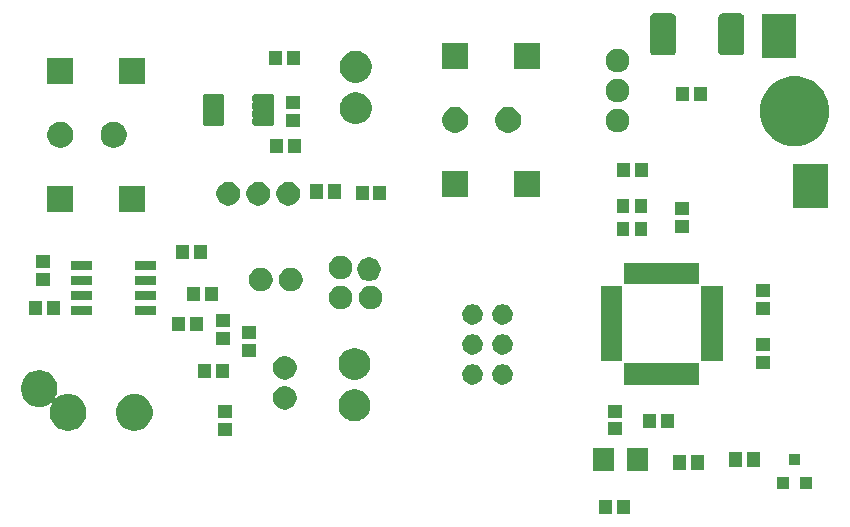
<source format=gts>
G04 #@! TF.GenerationSoftware,KiCad,Pcbnew,5.1.5-52549c5~86~ubuntu18.04.1*
G04 #@! TF.CreationDate,2020-08-27T00:17:12-07:00*
G04 #@! TF.ProjectId,heat2sound_rx_and_tx,68656174-3273-46f7-956e-645f72785f61,rev?*
G04 #@! TF.SameCoordinates,Original*
G04 #@! TF.FileFunction,Soldermask,Top*
G04 #@! TF.FilePolarity,Negative*
%FSLAX46Y46*%
G04 Gerber Fmt 4.6, Leading zero omitted, Abs format (unit mm)*
G04 Created by KiCad (PCBNEW 5.1.5-52549c5~86~ubuntu18.04.1) date 2020-08-27 00:17:12*
%MOMM*%
%LPD*%
G04 APERTURE LIST*
%ADD10C,0.100000*%
G04 APERTURE END LIST*
D10*
G36*
X204711420Y-140850380D02*
G01*
X203612260Y-140850380D01*
X203612260Y-139649620D01*
X204711420Y-139649620D01*
X204711420Y-140850380D01*
G37*
G36*
X203207740Y-140850380D02*
G01*
X202108580Y-140850380D01*
X202108580Y-139649620D01*
X203207740Y-139649620D01*
X203207740Y-140850380D01*
G37*
G36*
X220110050Y-138750050D02*
G01*
X219109950Y-138750050D01*
X219109950Y-137749950D01*
X220110050Y-137749950D01*
X220110050Y-138750050D01*
G37*
G36*
X218210050Y-138750050D02*
G01*
X217209950Y-138750050D01*
X217209950Y-137749950D01*
X218210050Y-137749950D01*
X218210050Y-138750050D01*
G37*
G36*
X203388970Y-137250430D02*
G01*
X201591310Y-137250430D01*
X201591310Y-135249570D01*
X203388970Y-135249570D01*
X203388970Y-137250430D01*
G37*
G36*
X206228690Y-137250430D02*
G01*
X204431030Y-137250430D01*
X204431030Y-135249570D01*
X206228690Y-135249570D01*
X206228690Y-137250430D01*
G37*
G36*
X210961420Y-137100380D02*
G01*
X209862260Y-137100380D01*
X209862260Y-135899620D01*
X210961420Y-135899620D01*
X210961420Y-137100380D01*
G37*
G36*
X209457740Y-137100380D02*
G01*
X208358580Y-137100380D01*
X208358580Y-135899620D01*
X209457740Y-135899620D01*
X209457740Y-137100380D01*
G37*
G36*
X215711420Y-136850380D02*
G01*
X214612260Y-136850380D01*
X214612260Y-135649620D01*
X215711420Y-135649620D01*
X215711420Y-136850380D01*
G37*
G36*
X214208160Y-136850000D02*
G01*
X213108160Y-136850000D01*
X213108160Y-135650000D01*
X214208160Y-135650000D01*
X214208160Y-136850000D01*
G37*
G36*
X219160050Y-136750050D02*
G01*
X218159950Y-136750050D01*
X218159950Y-135749950D01*
X219160050Y-135749950D01*
X219160050Y-136750050D01*
G37*
G36*
X171030380Y-134219580D02*
G01*
X169829620Y-134219580D01*
X169829620Y-133120420D01*
X171030380Y-133120420D01*
X171030380Y-134219580D01*
G37*
G36*
X204060380Y-134201420D02*
G01*
X202859620Y-134201420D01*
X202859620Y-133102260D01*
X204060380Y-133102260D01*
X204060380Y-134201420D01*
G37*
G36*
X163052390Y-130729783D02*
G01*
X163202118Y-130759565D01*
X163318960Y-130807963D01*
X163484199Y-130876407D01*
X163484200Y-130876408D01*
X163738068Y-131046036D01*
X163953964Y-131261932D01*
X163993999Y-131321849D01*
X164123593Y-131515801D01*
X164157707Y-131598160D01*
X164216640Y-131740435D01*
X164240435Y-131797883D01*
X164300000Y-132097337D01*
X164300000Y-132402663D01*
X164240435Y-132702117D01*
X164123593Y-132984199D01*
X164123592Y-132984200D01*
X163953964Y-133238068D01*
X163738068Y-133453964D01*
X163610273Y-133539353D01*
X163484199Y-133623593D01*
X163318960Y-133692037D01*
X163202118Y-133740435D01*
X163052390Y-133770217D01*
X162902663Y-133800000D01*
X162597337Y-133800000D01*
X162447610Y-133770217D01*
X162297882Y-133740435D01*
X162181040Y-133692037D01*
X162015801Y-133623593D01*
X161889727Y-133539353D01*
X161761932Y-133453964D01*
X161546036Y-133238068D01*
X161376408Y-132984200D01*
X161376407Y-132984199D01*
X161259565Y-132702117D01*
X161200000Y-132402663D01*
X161200000Y-132097337D01*
X161259565Y-131797883D01*
X161283361Y-131740435D01*
X161342293Y-131598160D01*
X161376407Y-131515801D01*
X161506001Y-131321849D01*
X161546036Y-131261932D01*
X161761932Y-131046036D01*
X162015800Y-130876408D01*
X162015801Y-130876407D01*
X162181040Y-130807963D01*
X162297882Y-130759565D01*
X162447610Y-130729783D01*
X162597337Y-130700000D01*
X162902663Y-130700000D01*
X163052390Y-130729783D01*
G37*
G36*
X155002390Y-128729783D02*
G01*
X155152118Y-128759565D01*
X155268960Y-128807963D01*
X155434199Y-128876407D01*
X155434200Y-128876408D01*
X155688068Y-129046036D01*
X155903964Y-129261932D01*
X155903965Y-129261934D01*
X156073593Y-129515801D01*
X156104117Y-129589493D01*
X156190435Y-129797882D01*
X156250000Y-130097338D01*
X156250000Y-130402662D01*
X156190435Y-130702118D01*
X156154246Y-130789485D01*
X156073593Y-130984199D01*
X156053223Y-131014685D01*
X156048603Y-131023329D01*
X156045758Y-131032709D01*
X156044797Y-131042463D01*
X156045758Y-131052217D01*
X156048603Y-131061597D01*
X156053223Y-131070241D01*
X156059441Y-131077818D01*
X156067018Y-131084036D01*
X156075662Y-131088656D01*
X156085042Y-131091501D01*
X156094796Y-131092462D01*
X156104550Y-131091501D01*
X156113930Y-131088656D01*
X156122574Y-131084036D01*
X156130145Y-131077823D01*
X156161932Y-131046036D01*
X156415800Y-130876408D01*
X156415801Y-130876407D01*
X156581040Y-130807963D01*
X156697882Y-130759565D01*
X156847610Y-130729783D01*
X156997337Y-130700000D01*
X157302663Y-130700000D01*
X157452390Y-130729783D01*
X157602118Y-130759565D01*
X157718960Y-130807963D01*
X157884199Y-130876407D01*
X157884200Y-130876408D01*
X158138068Y-131046036D01*
X158353964Y-131261932D01*
X158393999Y-131321849D01*
X158523593Y-131515801D01*
X158557707Y-131598160D01*
X158616640Y-131740435D01*
X158640435Y-131797883D01*
X158700000Y-132097337D01*
X158700000Y-132402663D01*
X158640435Y-132702117D01*
X158523593Y-132984199D01*
X158523592Y-132984200D01*
X158353964Y-133238068D01*
X158138068Y-133453964D01*
X158010273Y-133539353D01*
X157884199Y-133623593D01*
X157718960Y-133692037D01*
X157602118Y-133740435D01*
X157452390Y-133770217D01*
X157302663Y-133800000D01*
X156997337Y-133800000D01*
X156847610Y-133770217D01*
X156697882Y-133740435D01*
X156581040Y-133692037D01*
X156415801Y-133623593D01*
X156289727Y-133539353D01*
X156161932Y-133453964D01*
X155946036Y-133238068D01*
X155776408Y-132984200D01*
X155776407Y-132984199D01*
X155659565Y-132702117D01*
X155600000Y-132402663D01*
X155600000Y-132097337D01*
X155659565Y-131797883D01*
X155683361Y-131740435D01*
X155742293Y-131598160D01*
X155776407Y-131515801D01*
X155796777Y-131485315D01*
X155801397Y-131476671D01*
X155804242Y-131467291D01*
X155805203Y-131457537D01*
X155804242Y-131447783D01*
X155801397Y-131438403D01*
X155796777Y-131429759D01*
X155790559Y-131422182D01*
X155782982Y-131415964D01*
X155774338Y-131411344D01*
X155764958Y-131408499D01*
X155755204Y-131407538D01*
X155745450Y-131408499D01*
X155736070Y-131411344D01*
X155727426Y-131415964D01*
X155719855Y-131422177D01*
X155688068Y-131453964D01*
X155613429Y-131503836D01*
X155434199Y-131623593D01*
X155268960Y-131692037D01*
X155152118Y-131740435D01*
X155002390Y-131770217D01*
X154852663Y-131800000D01*
X154547337Y-131800000D01*
X154397610Y-131770217D01*
X154247882Y-131740435D01*
X154131040Y-131692037D01*
X153965801Y-131623593D01*
X153786571Y-131503836D01*
X153711932Y-131453964D01*
X153496036Y-131238068D01*
X153367725Y-131046036D01*
X153326407Y-130984199D01*
X153245754Y-130789485D01*
X153209565Y-130702118D01*
X153150000Y-130402662D01*
X153150000Y-130097338D01*
X153209565Y-129797882D01*
X153295883Y-129589493D01*
X153326407Y-129515801D01*
X153496035Y-129261934D01*
X153496036Y-129261932D01*
X153711932Y-129046036D01*
X153965800Y-128876408D01*
X153965801Y-128876407D01*
X154131040Y-128807963D01*
X154247882Y-128759565D01*
X154397610Y-128729783D01*
X154547337Y-128700000D01*
X154852663Y-128700000D01*
X155002390Y-128729783D01*
G37*
G36*
X208461420Y-133600380D02*
G01*
X207362260Y-133600380D01*
X207362260Y-132399620D01*
X208461420Y-132399620D01*
X208461420Y-133600380D01*
G37*
G36*
X206958160Y-133600000D02*
G01*
X205858160Y-133600000D01*
X205858160Y-132400000D01*
X206958160Y-132400000D01*
X206958160Y-133600000D01*
G37*
G36*
X181793779Y-130351939D02*
G01*
X182039463Y-130453705D01*
X182039465Y-130453706D01*
X182260575Y-130601447D01*
X182448613Y-130789485D01*
X182578717Y-130984200D01*
X182596355Y-131010597D01*
X182698121Y-131256281D01*
X182750000Y-131517095D01*
X182750000Y-131783025D01*
X182698121Y-132043839D01*
X182596355Y-132289523D01*
X182596354Y-132289525D01*
X182448613Y-132510635D01*
X182260575Y-132698673D01*
X182039465Y-132846414D01*
X182039464Y-132846415D01*
X182039463Y-132846415D01*
X181793779Y-132948181D01*
X181532965Y-133000060D01*
X181267035Y-133000060D01*
X181006221Y-132948181D01*
X180760537Y-132846415D01*
X180760536Y-132846415D01*
X180760535Y-132846414D01*
X180539425Y-132698673D01*
X180351387Y-132510635D01*
X180203646Y-132289525D01*
X180203645Y-132289523D01*
X180101879Y-132043839D01*
X180050000Y-131783025D01*
X180050000Y-131517095D01*
X180101879Y-131256281D01*
X180203645Y-131010597D01*
X180221283Y-130984200D01*
X180351387Y-130789485D01*
X180539425Y-130601447D01*
X180760535Y-130453706D01*
X180760537Y-130453705D01*
X181006221Y-130351939D01*
X181267035Y-130300060D01*
X181532965Y-130300060D01*
X181793779Y-130351939D01*
G37*
G36*
X171030000Y-132716320D02*
G01*
X169830000Y-132716320D01*
X169830000Y-131616320D01*
X171030000Y-131616320D01*
X171030000Y-132716320D01*
G37*
G36*
X204060000Y-132698160D02*
G01*
X202860000Y-132698160D01*
X202860000Y-131598160D01*
X204060000Y-131598160D01*
X204060000Y-132698160D01*
G37*
G36*
X175695090Y-130049375D02*
G01*
X175791689Y-130068589D01*
X175973678Y-130143971D01*
X176137463Y-130253409D01*
X176276751Y-130392697D01*
X176386189Y-130556482D01*
X176461571Y-130738471D01*
X176500000Y-130931669D01*
X176500000Y-131128651D01*
X176461571Y-131321849D01*
X176386189Y-131503838D01*
X176276751Y-131667623D01*
X176137463Y-131806911D01*
X175973678Y-131916349D01*
X175791689Y-131991731D01*
X175695090Y-132010945D01*
X175598493Y-132030160D01*
X175401507Y-132030160D01*
X175304910Y-132010945D01*
X175208311Y-131991731D01*
X175026322Y-131916349D01*
X174862537Y-131806911D01*
X174723249Y-131667623D01*
X174613811Y-131503838D01*
X174538429Y-131321849D01*
X174500000Y-131128651D01*
X174500000Y-130931669D01*
X174538429Y-130738471D01*
X174613811Y-130556482D01*
X174723249Y-130392697D01*
X174862537Y-130253409D01*
X175026322Y-130143971D01*
X175208311Y-130068589D01*
X175304910Y-130049375D01*
X175401507Y-130030160D01*
X175598493Y-130030160D01*
X175695090Y-130049375D01*
G37*
G36*
X191641434Y-128211125D02*
G01*
X191641437Y-128211126D01*
X191641436Y-128211126D01*
X191798310Y-128276105D01*
X191939493Y-128370441D01*
X192059559Y-128490507D01*
X192153895Y-128631690D01*
X192153895Y-128631691D01*
X192218875Y-128788566D01*
X192252000Y-128955099D01*
X192252000Y-129124901D01*
X192218875Y-129291434D01*
X192218874Y-129291436D01*
X192153895Y-129448310D01*
X192059559Y-129589493D01*
X191939493Y-129709559D01*
X191798310Y-129803895D01*
X191687383Y-129849842D01*
X191641434Y-129868875D01*
X191474901Y-129902000D01*
X191305099Y-129902000D01*
X191138566Y-129868875D01*
X191092617Y-129849842D01*
X190981690Y-129803895D01*
X190840507Y-129709559D01*
X190720441Y-129589493D01*
X190626105Y-129448310D01*
X190561126Y-129291436D01*
X190561125Y-129291434D01*
X190528000Y-129124901D01*
X190528000Y-128955099D01*
X190561125Y-128788566D01*
X190626105Y-128631691D01*
X190626105Y-128631690D01*
X190720441Y-128490507D01*
X190840507Y-128370441D01*
X190981690Y-128276105D01*
X191138564Y-128211126D01*
X191138563Y-128211126D01*
X191138566Y-128211125D01*
X191305099Y-128178000D01*
X191474901Y-128178000D01*
X191641434Y-128211125D01*
G37*
G36*
X194181434Y-128211125D02*
G01*
X194181437Y-128211126D01*
X194181436Y-128211126D01*
X194338310Y-128276105D01*
X194479493Y-128370441D01*
X194599559Y-128490507D01*
X194693895Y-128631690D01*
X194693895Y-128631691D01*
X194758875Y-128788566D01*
X194792000Y-128955099D01*
X194792000Y-129124901D01*
X194758875Y-129291434D01*
X194758874Y-129291436D01*
X194693895Y-129448310D01*
X194599559Y-129589493D01*
X194479493Y-129709559D01*
X194338310Y-129803895D01*
X194227383Y-129849842D01*
X194181434Y-129868875D01*
X194014901Y-129902000D01*
X193845099Y-129902000D01*
X193678566Y-129868875D01*
X193632617Y-129849842D01*
X193521690Y-129803895D01*
X193380507Y-129709559D01*
X193260441Y-129589493D01*
X193166105Y-129448310D01*
X193101126Y-129291436D01*
X193101125Y-129291434D01*
X193068000Y-129124901D01*
X193068000Y-128955099D01*
X193101125Y-128788566D01*
X193166105Y-128631691D01*
X193166105Y-128631690D01*
X193260441Y-128490507D01*
X193380507Y-128370441D01*
X193521690Y-128276105D01*
X193678564Y-128211126D01*
X193678563Y-128211126D01*
X193678566Y-128211125D01*
X193845099Y-128178000D01*
X194014901Y-128178000D01*
X194181434Y-128211125D01*
G37*
G36*
X210585000Y-129900000D02*
G01*
X204235000Y-129900000D01*
X204235000Y-128100000D01*
X210585000Y-128100000D01*
X210585000Y-129900000D01*
G37*
G36*
X181793779Y-126851819D02*
G01*
X182039463Y-126953585D01*
X182039465Y-126953586D01*
X182260575Y-127101327D01*
X182448613Y-127289365D01*
X182497146Y-127362000D01*
X182596355Y-127510477D01*
X182698121Y-127756161D01*
X182750000Y-128016975D01*
X182750000Y-128282905D01*
X182698121Y-128543719D01*
X182596702Y-128788566D01*
X182596354Y-128789405D01*
X182448613Y-129010515D01*
X182260575Y-129198553D01*
X182039465Y-129346294D01*
X182039464Y-129346295D01*
X182039463Y-129346295D01*
X181793779Y-129448061D01*
X181532965Y-129499940D01*
X181267035Y-129499940D01*
X181006221Y-129448061D01*
X180760537Y-129346295D01*
X180760536Y-129346295D01*
X180760535Y-129346294D01*
X180539425Y-129198553D01*
X180351387Y-129010515D01*
X180203646Y-128789405D01*
X180203298Y-128788566D01*
X180101879Y-128543719D01*
X180050000Y-128282905D01*
X180050000Y-128016975D01*
X180101879Y-127756161D01*
X180203645Y-127510477D01*
X180302854Y-127362000D01*
X180351387Y-127289365D01*
X180539425Y-127101327D01*
X180760535Y-126953586D01*
X180760537Y-126953585D01*
X181006221Y-126851819D01*
X181267035Y-126799940D01*
X181532965Y-126799940D01*
X181793779Y-126851819D01*
G37*
G36*
X175659323Y-127502260D02*
G01*
X175791689Y-127528589D01*
X175973678Y-127603971D01*
X176137463Y-127713409D01*
X176276751Y-127852697D01*
X176386189Y-128016482D01*
X176461571Y-128198471D01*
X176461571Y-128198473D01*
X176495778Y-128370440D01*
X176500000Y-128391669D01*
X176500000Y-128588651D01*
X176461571Y-128781849D01*
X176386189Y-128963838D01*
X176276751Y-129127623D01*
X176137463Y-129266911D01*
X175973678Y-129376349D01*
X175791689Y-129451731D01*
X175695090Y-129470946D01*
X175598493Y-129490160D01*
X175401507Y-129490160D01*
X175304910Y-129470946D01*
X175208311Y-129451731D01*
X175026322Y-129376349D01*
X174862537Y-129266911D01*
X174723249Y-129127623D01*
X174613811Y-128963838D01*
X174538429Y-128781849D01*
X174500000Y-128588651D01*
X174500000Y-128391669D01*
X174504223Y-128370440D01*
X174538429Y-128198473D01*
X174538429Y-128198471D01*
X174613811Y-128016482D01*
X174723249Y-127852697D01*
X174862537Y-127713409D01*
X175026322Y-127603971D01*
X175208311Y-127528589D01*
X175340677Y-127502260D01*
X175401507Y-127490160D01*
X175598493Y-127490160D01*
X175659323Y-127502260D01*
G37*
G36*
X169239580Y-129350380D02*
G01*
X168140420Y-129350380D01*
X168140420Y-128149620D01*
X169239580Y-128149620D01*
X169239580Y-129350380D01*
G37*
G36*
X170743260Y-129350380D02*
G01*
X169644100Y-129350380D01*
X169644100Y-128149620D01*
X170743260Y-128149620D01*
X170743260Y-129350380D01*
G37*
G36*
X216560380Y-128601420D02*
G01*
X215359620Y-128601420D01*
X215359620Y-127502260D01*
X216560380Y-127502260D01*
X216560380Y-128601420D01*
G37*
G36*
X212560000Y-127925000D02*
G01*
X210760000Y-127925000D01*
X210760000Y-121575000D01*
X212560000Y-121575000D01*
X212560000Y-127925000D01*
G37*
G36*
X204060000Y-127925000D02*
G01*
X202260000Y-127925000D01*
X202260000Y-121575000D01*
X204060000Y-121575000D01*
X204060000Y-127925000D01*
G37*
G36*
X173100380Y-127549580D02*
G01*
X171899620Y-127549580D01*
X171899620Y-126450420D01*
X173100380Y-126450420D01*
X173100380Y-127549580D01*
G37*
G36*
X194181434Y-125671125D02*
G01*
X194181437Y-125671126D01*
X194181436Y-125671126D01*
X194338310Y-125736105D01*
X194479493Y-125830441D01*
X194599559Y-125950507D01*
X194693895Y-126091690D01*
X194693895Y-126091691D01*
X194758875Y-126248566D01*
X194792000Y-126415099D01*
X194792000Y-126584901D01*
X194758875Y-126751434D01*
X194758874Y-126751436D01*
X194693895Y-126908310D01*
X194599559Y-127049493D01*
X194479493Y-127169559D01*
X194338310Y-127263895D01*
X194227383Y-127309842D01*
X194181434Y-127328875D01*
X194014901Y-127362000D01*
X193845099Y-127362000D01*
X193678566Y-127328875D01*
X193632617Y-127309842D01*
X193521690Y-127263895D01*
X193380507Y-127169559D01*
X193260441Y-127049493D01*
X193166105Y-126908310D01*
X193101126Y-126751436D01*
X193101125Y-126751434D01*
X193068000Y-126584901D01*
X193068000Y-126415099D01*
X193101125Y-126248566D01*
X193166105Y-126091691D01*
X193166105Y-126091690D01*
X193260441Y-125950507D01*
X193380507Y-125830441D01*
X193521690Y-125736105D01*
X193678564Y-125671126D01*
X193678563Y-125671126D01*
X193678566Y-125671125D01*
X193845099Y-125638000D01*
X194014901Y-125638000D01*
X194181434Y-125671125D01*
G37*
G36*
X191641434Y-125671125D02*
G01*
X191641437Y-125671126D01*
X191641436Y-125671126D01*
X191798310Y-125736105D01*
X191939493Y-125830441D01*
X192059559Y-125950507D01*
X192153895Y-126091690D01*
X192153895Y-126091691D01*
X192218875Y-126248566D01*
X192252000Y-126415099D01*
X192252000Y-126584901D01*
X192218875Y-126751434D01*
X192218874Y-126751436D01*
X192153895Y-126908310D01*
X192059559Y-127049493D01*
X191939493Y-127169559D01*
X191798310Y-127263895D01*
X191687383Y-127309842D01*
X191641434Y-127328875D01*
X191474901Y-127362000D01*
X191305099Y-127362000D01*
X191138566Y-127328875D01*
X191092617Y-127309842D01*
X190981690Y-127263895D01*
X190840507Y-127169559D01*
X190720441Y-127049493D01*
X190626105Y-126908310D01*
X190561126Y-126751436D01*
X190561125Y-126751434D01*
X190528000Y-126584901D01*
X190528000Y-126415099D01*
X190561125Y-126248566D01*
X190626105Y-126091691D01*
X190626105Y-126091690D01*
X190720441Y-125950507D01*
X190840507Y-125830441D01*
X190981690Y-125736105D01*
X191138564Y-125671126D01*
X191138563Y-125671126D01*
X191138566Y-125671125D01*
X191305099Y-125638000D01*
X191474901Y-125638000D01*
X191641434Y-125671125D01*
G37*
G36*
X216560380Y-127097740D02*
G01*
X215359620Y-127097740D01*
X215359620Y-125998580D01*
X216560380Y-125998580D01*
X216560380Y-127097740D01*
G37*
G36*
X170850000Y-126551840D02*
G01*
X169650000Y-126551840D01*
X169650000Y-125451840D01*
X170850000Y-125451840D01*
X170850000Y-126551840D01*
G37*
G36*
X173100380Y-126045900D02*
G01*
X171899620Y-126045900D01*
X171899620Y-124946740D01*
X173100380Y-124946740D01*
X173100380Y-126045900D01*
G37*
G36*
X167047740Y-125350380D02*
G01*
X165948580Y-125350380D01*
X165948580Y-124149620D01*
X167047740Y-124149620D01*
X167047740Y-125350380D01*
G37*
G36*
X168551420Y-125350380D02*
G01*
X167452260Y-125350380D01*
X167452260Y-124149620D01*
X168551420Y-124149620D01*
X168551420Y-125350380D01*
G37*
G36*
X170850380Y-125047740D02*
G01*
X169649620Y-125047740D01*
X169649620Y-123948580D01*
X170850380Y-123948580D01*
X170850380Y-125047740D01*
G37*
G36*
X194181434Y-123131125D02*
G01*
X194181437Y-123131126D01*
X194181436Y-123131126D01*
X194338310Y-123196105D01*
X194479493Y-123290441D01*
X194599559Y-123410507D01*
X194693895Y-123551690D01*
X194693895Y-123551691D01*
X194758875Y-123708566D01*
X194792000Y-123875099D01*
X194792000Y-124044901D01*
X194758875Y-124211434D01*
X194758874Y-124211436D01*
X194693895Y-124368310D01*
X194599559Y-124509493D01*
X194479493Y-124629559D01*
X194338310Y-124723895D01*
X194227383Y-124769842D01*
X194181434Y-124788875D01*
X194014901Y-124822000D01*
X193845099Y-124822000D01*
X193678566Y-124788875D01*
X193632617Y-124769842D01*
X193521690Y-124723895D01*
X193380507Y-124629559D01*
X193260441Y-124509493D01*
X193166105Y-124368310D01*
X193101126Y-124211436D01*
X193101125Y-124211434D01*
X193068000Y-124044901D01*
X193068000Y-123875099D01*
X193101125Y-123708566D01*
X193166105Y-123551691D01*
X193166105Y-123551690D01*
X193260441Y-123410507D01*
X193380507Y-123290441D01*
X193521690Y-123196105D01*
X193678564Y-123131126D01*
X193678563Y-123131126D01*
X193678566Y-123131125D01*
X193845099Y-123098000D01*
X194014901Y-123098000D01*
X194181434Y-123131125D01*
G37*
G36*
X191641434Y-123131125D02*
G01*
X191641437Y-123131126D01*
X191641436Y-123131126D01*
X191798310Y-123196105D01*
X191939493Y-123290441D01*
X192059559Y-123410507D01*
X192153895Y-123551690D01*
X192153895Y-123551691D01*
X192218875Y-123708566D01*
X192252000Y-123875099D01*
X192252000Y-124044901D01*
X192218875Y-124211434D01*
X192218874Y-124211436D01*
X192153895Y-124368310D01*
X192059559Y-124509493D01*
X191939493Y-124629559D01*
X191798310Y-124723895D01*
X191687383Y-124769842D01*
X191641434Y-124788875D01*
X191474901Y-124822000D01*
X191305099Y-124822000D01*
X191138566Y-124788875D01*
X191092617Y-124769842D01*
X190981690Y-124723895D01*
X190840507Y-124629559D01*
X190720441Y-124509493D01*
X190626105Y-124368310D01*
X190561126Y-124211436D01*
X190561125Y-124211434D01*
X190528000Y-124044901D01*
X190528000Y-123875099D01*
X190561125Y-123708566D01*
X190626105Y-123551691D01*
X190626105Y-123551690D01*
X190720441Y-123410507D01*
X190840507Y-123290441D01*
X190981690Y-123196105D01*
X191138564Y-123131126D01*
X191138563Y-123131126D01*
X191138566Y-123131125D01*
X191305099Y-123098000D01*
X191474901Y-123098000D01*
X191641434Y-123131125D01*
G37*
G36*
X164575000Y-124055000D02*
G01*
X162825000Y-124055000D01*
X162825000Y-123255000D01*
X164575000Y-123255000D01*
X164575000Y-124055000D01*
G37*
G36*
X159175000Y-124055000D02*
G01*
X157425000Y-124055000D01*
X157425000Y-123255000D01*
X159175000Y-123255000D01*
X159175000Y-124055000D01*
G37*
G36*
X156471420Y-124030380D02*
G01*
X155372260Y-124030380D01*
X155372260Y-122829620D01*
X156471420Y-122829620D01*
X156471420Y-124030380D01*
G37*
G36*
X154967740Y-124030380D02*
G01*
X153868580Y-124030380D01*
X153868580Y-122829620D01*
X154967740Y-122829620D01*
X154967740Y-124030380D01*
G37*
G36*
X216560380Y-124001420D02*
G01*
X215359620Y-124001420D01*
X215359620Y-122902260D01*
X216560380Y-122902260D01*
X216560380Y-124001420D01*
G37*
G36*
X182965090Y-121539214D02*
G01*
X183061689Y-121558429D01*
X183243678Y-121633811D01*
X183407463Y-121743249D01*
X183546751Y-121882537D01*
X183656189Y-122046322D01*
X183731571Y-122228311D01*
X183770000Y-122421509D01*
X183770000Y-122618491D01*
X183731571Y-122811689D01*
X183656189Y-122993678D01*
X183546751Y-123157463D01*
X183407463Y-123296751D01*
X183243678Y-123406189D01*
X183061689Y-123481571D01*
X182965090Y-123500785D01*
X182868493Y-123520000D01*
X182671507Y-123520000D01*
X182574910Y-123500785D01*
X182478311Y-123481571D01*
X182296322Y-123406189D01*
X182132537Y-123296751D01*
X181993249Y-123157463D01*
X181883811Y-122993678D01*
X181808429Y-122811689D01*
X181770000Y-122618491D01*
X181770000Y-122421509D01*
X181808429Y-122228311D01*
X181883811Y-122046322D01*
X181993249Y-121882537D01*
X182132537Y-121743249D01*
X182296322Y-121633811D01*
X182478311Y-121558429D01*
X182574910Y-121539214D01*
X182671507Y-121520000D01*
X182868493Y-121520000D01*
X182965090Y-121539214D01*
G37*
G36*
X180425090Y-121539214D02*
G01*
X180521689Y-121558429D01*
X180703678Y-121633811D01*
X180867463Y-121743249D01*
X181006751Y-121882537D01*
X181116189Y-122046322D01*
X181191571Y-122228311D01*
X181230000Y-122421509D01*
X181230000Y-122618491D01*
X181191571Y-122811689D01*
X181116189Y-122993678D01*
X181006751Y-123157463D01*
X180867463Y-123296751D01*
X180703678Y-123406189D01*
X180521689Y-123481571D01*
X180425090Y-123500785D01*
X180328493Y-123520000D01*
X180131507Y-123520000D01*
X180034910Y-123500785D01*
X179938311Y-123481571D01*
X179756322Y-123406189D01*
X179592537Y-123296751D01*
X179453249Y-123157463D01*
X179343811Y-122993678D01*
X179268429Y-122811689D01*
X179230000Y-122618491D01*
X179230000Y-122421509D01*
X179268429Y-122228311D01*
X179343811Y-122046322D01*
X179453249Y-121882537D01*
X179592537Y-121743249D01*
X179756322Y-121633811D01*
X179938311Y-121558429D01*
X180034910Y-121539214D01*
X180131507Y-121520000D01*
X180328493Y-121520000D01*
X180425090Y-121539214D01*
G37*
G36*
X168299580Y-122850380D02*
G01*
X167200420Y-122850380D01*
X167200420Y-121649620D01*
X168299580Y-121649620D01*
X168299580Y-122850380D01*
G37*
G36*
X169803260Y-122850380D02*
G01*
X168704100Y-122850380D01*
X168704100Y-121649620D01*
X169803260Y-121649620D01*
X169803260Y-122850380D01*
G37*
G36*
X159175000Y-122785000D02*
G01*
X157425000Y-122785000D01*
X157425000Y-121985000D01*
X159175000Y-121985000D01*
X159175000Y-122785000D01*
G37*
G36*
X164575000Y-122785000D02*
G01*
X162825000Y-122785000D01*
X162825000Y-121985000D01*
X164575000Y-121985000D01*
X164575000Y-122785000D01*
G37*
G36*
X216560380Y-122497740D02*
G01*
X215359620Y-122497740D01*
X215359620Y-121398580D01*
X216560380Y-121398580D01*
X216560380Y-122497740D01*
G37*
G36*
X176204930Y-120019214D02*
G01*
X176301529Y-120038429D01*
X176483518Y-120113811D01*
X176647303Y-120223249D01*
X176786591Y-120362537D01*
X176896029Y-120526322D01*
X176971411Y-120708311D01*
X176990625Y-120804910D01*
X177009491Y-120899751D01*
X177009840Y-120901509D01*
X177009840Y-121098491D01*
X176971411Y-121291689D01*
X176896029Y-121473678D01*
X176786591Y-121637463D01*
X176647303Y-121776751D01*
X176483518Y-121886189D01*
X176301529Y-121961571D01*
X176204930Y-121980786D01*
X176108333Y-122000000D01*
X175911347Y-122000000D01*
X175814750Y-121980786D01*
X175718151Y-121961571D01*
X175536162Y-121886189D01*
X175372377Y-121776751D01*
X175233089Y-121637463D01*
X175123651Y-121473678D01*
X175048269Y-121291689D01*
X175009840Y-121098491D01*
X175009840Y-120901509D01*
X175010190Y-120899751D01*
X175029055Y-120804910D01*
X175048269Y-120708311D01*
X175123651Y-120526322D01*
X175233089Y-120362537D01*
X175372377Y-120223249D01*
X175536162Y-120113811D01*
X175718151Y-120038429D01*
X175814750Y-120019214D01*
X175911347Y-120000000D01*
X176108333Y-120000000D01*
X176204930Y-120019214D01*
G37*
G36*
X173664930Y-120019214D02*
G01*
X173761529Y-120038429D01*
X173943518Y-120113811D01*
X174107303Y-120223249D01*
X174246591Y-120362537D01*
X174356029Y-120526322D01*
X174431411Y-120708311D01*
X174450625Y-120804910D01*
X174469491Y-120899751D01*
X174469840Y-120901509D01*
X174469840Y-121098491D01*
X174431411Y-121291689D01*
X174356029Y-121473678D01*
X174246591Y-121637463D01*
X174107303Y-121776751D01*
X173943518Y-121886189D01*
X173761529Y-121961571D01*
X173664930Y-121980786D01*
X173568333Y-122000000D01*
X173371347Y-122000000D01*
X173274750Y-121980786D01*
X173178151Y-121961571D01*
X172996162Y-121886189D01*
X172832377Y-121776751D01*
X172693089Y-121637463D01*
X172583651Y-121473678D01*
X172508269Y-121291689D01*
X172469840Y-121098491D01*
X172469840Y-120901509D01*
X172470190Y-120899751D01*
X172489055Y-120804910D01*
X172508269Y-120708311D01*
X172583651Y-120526322D01*
X172693089Y-120362537D01*
X172832377Y-120223249D01*
X172996162Y-120113811D01*
X173178151Y-120038429D01*
X173274750Y-120019214D01*
X173371347Y-120000000D01*
X173568333Y-120000000D01*
X173664930Y-120019214D01*
G37*
G36*
X155600380Y-121551420D02*
G01*
X154399620Y-121551420D01*
X154399620Y-120452260D01*
X155600380Y-120452260D01*
X155600380Y-121551420D01*
G37*
G36*
X164575000Y-121515000D02*
G01*
X162825000Y-121515000D01*
X162825000Y-120715000D01*
X164575000Y-120715000D01*
X164575000Y-121515000D01*
G37*
G36*
X159175000Y-121515000D02*
G01*
X157425000Y-121515000D01*
X157425000Y-120715000D01*
X159175000Y-120715000D01*
X159175000Y-121515000D01*
G37*
G36*
X210585000Y-121400000D02*
G01*
X204235000Y-121400000D01*
X204235000Y-119600000D01*
X210585000Y-119600000D01*
X210585000Y-121400000D01*
G37*
G36*
X182822090Y-119142214D02*
G01*
X182918689Y-119161429D01*
X183100678Y-119236811D01*
X183264463Y-119346249D01*
X183403751Y-119485537D01*
X183513189Y-119649322D01*
X183588571Y-119831311D01*
X183588571Y-119831313D01*
X183627000Y-120024507D01*
X183627000Y-120221493D01*
X183622324Y-120245000D01*
X183588571Y-120414689D01*
X183513189Y-120596678D01*
X183403751Y-120760463D01*
X183264463Y-120899751D01*
X183100678Y-121009189D01*
X182918689Y-121084571D01*
X182822090Y-121103786D01*
X182725493Y-121123000D01*
X182528507Y-121123000D01*
X182431910Y-121103786D01*
X182335311Y-121084571D01*
X182153322Y-121009189D01*
X181989537Y-120899751D01*
X181850249Y-120760463D01*
X181740811Y-120596678D01*
X181665429Y-120414689D01*
X181631676Y-120245000D01*
X181627000Y-120221493D01*
X181627000Y-120024507D01*
X181665429Y-119831313D01*
X181665429Y-119831311D01*
X181740811Y-119649322D01*
X181850249Y-119485537D01*
X181989537Y-119346249D01*
X182153322Y-119236811D01*
X182335311Y-119161429D01*
X182431910Y-119142214D01*
X182528507Y-119123000D01*
X182725493Y-119123000D01*
X182822090Y-119142214D01*
G37*
G36*
X180425090Y-118999215D02*
G01*
X180521689Y-119018429D01*
X180703678Y-119093811D01*
X180867463Y-119203249D01*
X181006751Y-119342537D01*
X181116189Y-119506322D01*
X181191571Y-119688311D01*
X181230000Y-119881509D01*
X181230000Y-120078491D01*
X181191571Y-120271689D01*
X181116189Y-120453678D01*
X181006751Y-120617463D01*
X180867463Y-120756751D01*
X180703678Y-120866189D01*
X180521689Y-120941571D01*
X180425090Y-120960785D01*
X180328493Y-120980000D01*
X180131507Y-120980000D01*
X180034910Y-120960785D01*
X179938311Y-120941571D01*
X179756322Y-120866189D01*
X179592537Y-120756751D01*
X179453249Y-120617463D01*
X179343811Y-120453678D01*
X179268429Y-120271689D01*
X179230000Y-120078491D01*
X179230000Y-119881509D01*
X179268429Y-119688311D01*
X179343811Y-119506322D01*
X179453249Y-119342537D01*
X179592537Y-119203249D01*
X179756322Y-119093811D01*
X179938311Y-119018429D01*
X180034910Y-118999215D01*
X180131507Y-118980000D01*
X180328493Y-118980000D01*
X180425090Y-118999215D01*
G37*
G36*
X159175000Y-120245000D02*
G01*
X157425000Y-120245000D01*
X157425000Y-119445000D01*
X159175000Y-119445000D01*
X159175000Y-120245000D01*
G37*
G36*
X164575000Y-120245000D02*
G01*
X162825000Y-120245000D01*
X162825000Y-119445000D01*
X164575000Y-119445000D01*
X164575000Y-120245000D01*
G37*
G36*
X155600380Y-120047740D02*
G01*
X154399620Y-120047740D01*
X154399620Y-118948580D01*
X155600380Y-118948580D01*
X155600380Y-120047740D01*
G37*
G36*
X168881420Y-119300380D02*
G01*
X167782260Y-119300380D01*
X167782260Y-118099620D01*
X168881420Y-118099620D01*
X168881420Y-119300380D01*
G37*
G36*
X167378160Y-119300000D02*
G01*
X166278160Y-119300000D01*
X166278160Y-118100000D01*
X167378160Y-118100000D01*
X167378160Y-119300000D01*
G37*
G36*
X204660000Y-117350000D02*
G01*
X203660000Y-117350000D01*
X203660000Y-116150000D01*
X204660000Y-116150000D01*
X204660000Y-117350000D01*
G37*
G36*
X206160000Y-117350000D02*
G01*
X205160000Y-117350000D01*
X205160000Y-116150000D01*
X206160000Y-116150000D01*
X206160000Y-117350000D01*
G37*
G36*
X209760000Y-117051840D02*
G01*
X208560000Y-117051840D01*
X208560000Y-115951840D01*
X209760000Y-115951840D01*
X209760000Y-117051840D01*
G37*
G36*
X209760380Y-115547740D02*
G01*
X208559620Y-115547740D01*
X208559620Y-114448580D01*
X209760380Y-114448580D01*
X209760380Y-115547740D01*
G37*
G36*
X204660000Y-115350000D02*
G01*
X203660000Y-115350000D01*
X203660000Y-114150000D01*
X204660000Y-114150000D01*
X204660000Y-115350000D01*
G37*
G36*
X206160000Y-115350000D02*
G01*
X205160000Y-115350000D01*
X205160000Y-114150000D01*
X206160000Y-114150000D01*
X206160000Y-115350000D01*
G37*
G36*
X157599370Y-115264770D02*
G01*
X155400390Y-115264770D01*
X155400390Y-113065790D01*
X157599370Y-113065790D01*
X157599370Y-115264770D01*
G37*
G36*
X163700450Y-115264770D02*
G01*
X161501470Y-115264770D01*
X161501470Y-113065790D01*
X163700450Y-113065790D01*
X163700450Y-115264770D01*
G37*
G36*
X221460000Y-114950000D02*
G01*
X218560000Y-114950000D01*
X218560000Y-111250000D01*
X221460000Y-111250000D01*
X221460000Y-114950000D01*
G37*
G36*
X173445090Y-112769215D02*
G01*
X173541689Y-112788429D01*
X173723678Y-112863811D01*
X173887463Y-112973249D01*
X174026751Y-113112537D01*
X174136189Y-113276322D01*
X174211571Y-113458311D01*
X174250000Y-113651509D01*
X174250000Y-113848491D01*
X174211571Y-114041689D01*
X174136189Y-114223678D01*
X174026751Y-114387463D01*
X173887463Y-114526751D01*
X173723678Y-114636189D01*
X173541689Y-114711571D01*
X173445090Y-114730785D01*
X173348493Y-114750000D01*
X173151507Y-114750000D01*
X173054910Y-114730785D01*
X172958311Y-114711571D01*
X172776322Y-114636189D01*
X172612537Y-114526751D01*
X172473249Y-114387463D01*
X172363811Y-114223678D01*
X172288429Y-114041689D01*
X172250000Y-113848491D01*
X172250000Y-113651509D01*
X172288429Y-113458311D01*
X172363811Y-113276322D01*
X172473249Y-113112537D01*
X172612537Y-112973249D01*
X172776322Y-112863811D01*
X172958311Y-112788429D01*
X173054910Y-112769215D01*
X173151507Y-112750000D01*
X173348493Y-112750000D01*
X173445090Y-112769215D01*
G37*
G36*
X175985090Y-112769215D02*
G01*
X176081689Y-112788429D01*
X176263678Y-112863811D01*
X176427463Y-112973249D01*
X176566751Y-113112537D01*
X176676189Y-113276322D01*
X176751571Y-113458311D01*
X176790000Y-113651509D01*
X176790000Y-113848491D01*
X176751571Y-114041689D01*
X176676189Y-114223678D01*
X176566751Y-114387463D01*
X176427463Y-114526751D01*
X176263678Y-114636189D01*
X176081689Y-114711571D01*
X175985090Y-114730785D01*
X175888493Y-114750000D01*
X175691507Y-114750000D01*
X175594910Y-114730785D01*
X175498311Y-114711571D01*
X175316322Y-114636189D01*
X175152537Y-114526751D01*
X175013249Y-114387463D01*
X174903811Y-114223678D01*
X174828429Y-114041689D01*
X174790000Y-113848491D01*
X174790000Y-113651509D01*
X174828429Y-113458311D01*
X174903811Y-113276322D01*
X175013249Y-113112537D01*
X175152537Y-112973249D01*
X175316322Y-112863811D01*
X175498311Y-112788429D01*
X175594910Y-112769215D01*
X175691507Y-112750000D01*
X175888493Y-112750000D01*
X175985090Y-112769215D01*
G37*
G36*
X170905090Y-112769215D02*
G01*
X171001689Y-112788429D01*
X171183678Y-112863811D01*
X171347463Y-112973249D01*
X171486751Y-113112537D01*
X171596189Y-113276322D01*
X171671571Y-113458311D01*
X171710000Y-113651509D01*
X171710000Y-113848491D01*
X171671571Y-114041689D01*
X171596189Y-114223678D01*
X171486751Y-114387463D01*
X171347463Y-114526751D01*
X171183678Y-114636189D01*
X171001689Y-114711571D01*
X170905090Y-114730785D01*
X170808493Y-114750000D01*
X170611507Y-114750000D01*
X170514910Y-114730785D01*
X170418311Y-114711571D01*
X170236322Y-114636189D01*
X170072537Y-114526751D01*
X169933249Y-114387463D01*
X169823811Y-114223678D01*
X169748429Y-114041689D01*
X169710000Y-113848491D01*
X169710000Y-113651509D01*
X169748429Y-113458311D01*
X169823811Y-113276322D01*
X169933249Y-113112537D01*
X170072537Y-112973249D01*
X170236322Y-112863811D01*
X170418311Y-112788429D01*
X170514910Y-112769215D01*
X170611507Y-112750000D01*
X170808493Y-112750000D01*
X170905090Y-112769215D01*
G37*
G36*
X182599580Y-114290380D02*
G01*
X181500420Y-114290380D01*
X181500420Y-113089620D01*
X182599580Y-113089620D01*
X182599580Y-114290380D01*
G37*
G36*
X184103680Y-114290000D02*
G01*
X183003680Y-114290000D01*
X183003680Y-113090000D01*
X184103680Y-113090000D01*
X184103680Y-114290000D01*
G37*
G36*
X180271420Y-114160380D02*
G01*
X179172260Y-114160380D01*
X179172260Y-112959620D01*
X180271420Y-112959620D01*
X180271420Y-114160380D01*
G37*
G36*
X178768160Y-114160000D02*
G01*
X177668160Y-114160000D01*
X177668160Y-112960000D01*
X178768160Y-112960000D01*
X178768160Y-114160000D01*
G37*
G36*
X197110450Y-114014770D02*
G01*
X194911470Y-114014770D01*
X194911470Y-111815790D01*
X197110450Y-111815790D01*
X197110450Y-114014770D01*
G37*
G36*
X191009370Y-114014770D02*
G01*
X188810390Y-114014770D01*
X188810390Y-111815790D01*
X191009370Y-111815790D01*
X191009370Y-114014770D01*
G37*
G36*
X206211420Y-112350380D02*
G01*
X205112260Y-112350380D01*
X205112260Y-111149620D01*
X206211420Y-111149620D01*
X206211420Y-112350380D01*
G37*
G36*
X204707740Y-112350380D02*
G01*
X203608580Y-112350380D01*
X203608580Y-111149620D01*
X204707740Y-111149620D01*
X204707740Y-112350380D01*
G37*
G36*
X175359580Y-110300380D02*
G01*
X174260420Y-110300380D01*
X174260420Y-109099620D01*
X175359580Y-109099620D01*
X175359580Y-110300380D01*
G37*
G36*
X176863260Y-110300380D02*
G01*
X175764100Y-110300380D01*
X175764100Y-109099620D01*
X176863260Y-109099620D01*
X176863260Y-110300380D01*
G37*
G36*
X161321468Y-107692762D02*
G01*
X161521562Y-107775644D01*
X161521564Y-107775645D01*
X161701644Y-107895970D01*
X161854790Y-108049116D01*
X161975115Y-108229196D01*
X161975116Y-108229198D01*
X162057998Y-108429292D01*
X162100250Y-108641708D01*
X162100250Y-108858292D01*
X162057998Y-109070708D01*
X162046022Y-109099620D01*
X161975115Y-109270804D01*
X161854790Y-109450884D01*
X161701644Y-109604030D01*
X161521564Y-109724355D01*
X161521563Y-109724356D01*
X161521562Y-109724356D01*
X161321468Y-109807238D01*
X161109052Y-109849490D01*
X160892468Y-109849490D01*
X160680052Y-109807238D01*
X160479958Y-109724356D01*
X160479957Y-109724356D01*
X160479956Y-109724355D01*
X160299876Y-109604030D01*
X160146730Y-109450884D01*
X160026405Y-109270804D01*
X159955498Y-109099620D01*
X159943522Y-109070708D01*
X159901270Y-108858292D01*
X159901270Y-108641708D01*
X159943522Y-108429292D01*
X160026404Y-108229198D01*
X160026405Y-108229196D01*
X160146730Y-108049116D01*
X160299876Y-107895970D01*
X160479956Y-107775645D01*
X160479958Y-107775644D01*
X160680052Y-107692762D01*
X160892468Y-107650510D01*
X161109052Y-107650510D01*
X161321468Y-107692762D01*
G37*
G36*
X156820588Y-107692762D02*
G01*
X157020682Y-107775644D01*
X157020684Y-107775645D01*
X157200764Y-107895970D01*
X157353910Y-108049116D01*
X157474235Y-108229196D01*
X157474236Y-108229198D01*
X157557118Y-108429292D01*
X157599370Y-108641708D01*
X157599370Y-108858292D01*
X157557118Y-109070708D01*
X157545142Y-109099620D01*
X157474235Y-109270804D01*
X157353910Y-109450884D01*
X157200764Y-109604030D01*
X157020684Y-109724355D01*
X157020683Y-109724356D01*
X157020682Y-109724356D01*
X156820588Y-109807238D01*
X156608172Y-109849490D01*
X156391588Y-109849490D01*
X156179172Y-109807238D01*
X155979078Y-109724356D01*
X155979077Y-109724356D01*
X155979076Y-109724355D01*
X155798996Y-109604030D01*
X155645850Y-109450884D01*
X155525525Y-109270804D01*
X155454618Y-109099620D01*
X155442642Y-109070708D01*
X155400390Y-108858292D01*
X155400390Y-108641708D01*
X155442642Y-108429292D01*
X155525524Y-108229198D01*
X155525525Y-108229196D01*
X155645850Y-108049116D01*
X155798996Y-107895970D01*
X155979076Y-107775645D01*
X155979078Y-107775644D01*
X156179172Y-107692762D01*
X156391588Y-107650510D01*
X156608172Y-107650510D01*
X156820588Y-107692762D01*
G37*
G36*
X219520482Y-103913366D02*
G01*
X220057348Y-104135743D01*
X220188310Y-104223249D01*
X220540516Y-104458585D01*
X220951415Y-104869484D01*
X221113931Y-105112707D01*
X221274257Y-105352652D01*
X221496634Y-105889518D01*
X221610000Y-106459449D01*
X221610000Y-107040551D01*
X221496634Y-107610482D01*
X221274257Y-108147348D01*
X221161066Y-108316751D01*
X220951415Y-108630516D01*
X220540516Y-109041415D01*
X220496674Y-109070709D01*
X220057348Y-109364257D01*
X219520482Y-109586634D01*
X218950551Y-109700000D01*
X218369449Y-109700000D01*
X217799518Y-109586634D01*
X217262652Y-109364257D01*
X216823326Y-109070709D01*
X216779484Y-109041415D01*
X216368585Y-108630516D01*
X216158934Y-108316751D01*
X216045743Y-108147348D01*
X215823366Y-107610482D01*
X215710000Y-107040551D01*
X215710000Y-106459449D01*
X215823366Y-105889518D01*
X216045743Y-105352652D01*
X216206069Y-105112707D01*
X216368585Y-104869484D01*
X216779484Y-104458585D01*
X217131690Y-104223249D01*
X217262652Y-104135743D01*
X217799518Y-103913366D01*
X218369449Y-103800000D01*
X218950551Y-103800000D01*
X219520482Y-103913366D01*
G37*
G36*
X190230588Y-106442762D02*
G01*
X190430682Y-106525644D01*
X190430684Y-106525645D01*
X190610764Y-106645970D01*
X190763910Y-106799116D01*
X190884235Y-106979196D01*
X190884236Y-106979198D01*
X190967118Y-107179292D01*
X191009370Y-107391708D01*
X191009370Y-107608292D01*
X190967118Y-107820708D01*
X190904601Y-107971637D01*
X190884235Y-108020804D01*
X190763910Y-108200884D01*
X190610764Y-108354030D01*
X190430684Y-108474355D01*
X190430683Y-108474356D01*
X190430682Y-108474356D01*
X190230588Y-108557238D01*
X190018172Y-108599490D01*
X189801588Y-108599490D01*
X189589172Y-108557238D01*
X189389078Y-108474356D01*
X189389077Y-108474356D01*
X189389076Y-108474355D01*
X189208996Y-108354030D01*
X189055850Y-108200884D01*
X188935525Y-108020804D01*
X188915159Y-107971637D01*
X188852642Y-107820708D01*
X188810390Y-107608292D01*
X188810390Y-107391708D01*
X188852642Y-107179292D01*
X188935524Y-106979198D01*
X188935525Y-106979196D01*
X189055850Y-106799116D01*
X189208996Y-106645970D01*
X189389076Y-106525645D01*
X189389078Y-106525644D01*
X189589172Y-106442762D01*
X189801588Y-106400510D01*
X190018172Y-106400510D01*
X190230588Y-106442762D01*
G37*
G36*
X194731468Y-106442762D02*
G01*
X194931562Y-106525644D01*
X194931564Y-106525645D01*
X195111644Y-106645970D01*
X195264790Y-106799116D01*
X195385115Y-106979196D01*
X195385116Y-106979198D01*
X195467998Y-107179292D01*
X195510250Y-107391708D01*
X195510250Y-107608292D01*
X195467998Y-107820708D01*
X195405481Y-107971637D01*
X195385115Y-108020804D01*
X195264790Y-108200884D01*
X195111644Y-108354030D01*
X194931564Y-108474355D01*
X194931563Y-108474356D01*
X194931562Y-108474356D01*
X194731468Y-108557238D01*
X194519052Y-108599490D01*
X194302468Y-108599490D01*
X194090052Y-108557238D01*
X193889958Y-108474356D01*
X193889957Y-108474356D01*
X193889956Y-108474355D01*
X193709876Y-108354030D01*
X193556730Y-108200884D01*
X193436405Y-108020804D01*
X193416039Y-107971637D01*
X193353522Y-107820708D01*
X193311270Y-107608292D01*
X193311270Y-107391708D01*
X193353522Y-107179292D01*
X193436404Y-106979198D01*
X193436405Y-106979196D01*
X193556730Y-106799116D01*
X193709876Y-106645970D01*
X193889956Y-106525645D01*
X193889958Y-106525644D01*
X194090052Y-106442762D01*
X194302468Y-106400510D01*
X194519052Y-106400510D01*
X194731468Y-106442762D01*
G37*
G36*
X203829961Y-106554216D02*
G01*
X203951689Y-106578429D01*
X204133678Y-106653811D01*
X204297463Y-106763249D01*
X204436751Y-106902537D01*
X204546189Y-107066322D01*
X204621571Y-107248311D01*
X204634739Y-107314512D01*
X204660000Y-107441507D01*
X204660000Y-107638493D01*
X204640786Y-107735090D01*
X204621571Y-107831689D01*
X204546189Y-108013678D01*
X204436751Y-108177463D01*
X204297463Y-108316751D01*
X204133678Y-108426189D01*
X203951689Y-108501571D01*
X203855090Y-108520786D01*
X203758493Y-108540000D01*
X203561507Y-108540000D01*
X203464910Y-108520786D01*
X203368311Y-108501571D01*
X203186322Y-108426189D01*
X203022537Y-108316751D01*
X202883249Y-108177463D01*
X202773811Y-108013678D01*
X202698429Y-107831689D01*
X202679214Y-107735090D01*
X202660000Y-107638493D01*
X202660000Y-107441507D01*
X202685261Y-107314512D01*
X202698429Y-107248311D01*
X202773811Y-107066322D01*
X202883249Y-106902537D01*
X203022537Y-106763249D01*
X203186322Y-106653811D01*
X203368311Y-106578429D01*
X203490039Y-106554216D01*
X203561507Y-106540000D01*
X203758493Y-106540000D01*
X203829961Y-106554216D01*
G37*
G36*
X176770000Y-108091840D02*
G01*
X175570000Y-108091840D01*
X175570000Y-106991840D01*
X176770000Y-106991840D01*
X176770000Y-108091840D01*
G37*
G36*
X174464216Y-105328119D02*
G01*
X174492309Y-105336641D01*
X174518204Y-105350483D01*
X174540896Y-105369104D01*
X174559517Y-105391796D01*
X174573359Y-105417691D01*
X174581881Y-105445784D01*
X174585000Y-105477454D01*
X174585000Y-105872546D01*
X174581881Y-105904216D01*
X174573359Y-105932309D01*
X174559519Y-105958200D01*
X174551246Y-105968282D01*
X174545801Y-105976432D01*
X174542050Y-105985488D01*
X174540139Y-105995101D01*
X174540139Y-106004902D01*
X174542051Y-106014516D01*
X174545803Y-106023571D01*
X174551246Y-106031718D01*
X174559519Y-106041800D01*
X174573359Y-106067691D01*
X174581881Y-106095784D01*
X174585000Y-106127454D01*
X174585000Y-106522546D01*
X174581881Y-106554216D01*
X174573359Y-106582309D01*
X174559519Y-106608200D01*
X174551246Y-106618282D01*
X174545801Y-106626432D01*
X174542050Y-106635488D01*
X174540139Y-106645101D01*
X174540139Y-106654902D01*
X174542051Y-106664516D01*
X174545803Y-106673571D01*
X174551246Y-106681718D01*
X174559519Y-106691800D01*
X174573359Y-106717691D01*
X174581881Y-106745784D01*
X174585000Y-106777454D01*
X174585000Y-107172546D01*
X174581881Y-107204216D01*
X174573359Y-107232309D01*
X174559519Y-107258200D01*
X174551246Y-107268282D01*
X174545801Y-107276432D01*
X174542050Y-107285488D01*
X174540139Y-107295101D01*
X174540139Y-107304902D01*
X174542051Y-107314516D01*
X174545803Y-107323571D01*
X174551246Y-107331718D01*
X174559519Y-107341800D01*
X174573359Y-107367691D01*
X174581881Y-107395784D01*
X174585000Y-107427454D01*
X174585000Y-107822546D01*
X174581881Y-107854216D01*
X174573359Y-107882309D01*
X174559517Y-107908204D01*
X174540896Y-107930896D01*
X174518204Y-107949517D01*
X174492309Y-107963359D01*
X174464216Y-107971881D01*
X174432546Y-107975000D01*
X172912454Y-107975000D01*
X172880784Y-107971881D01*
X172852691Y-107963359D01*
X172826796Y-107949517D01*
X172804104Y-107930896D01*
X172785483Y-107908204D01*
X172771641Y-107882309D01*
X172763119Y-107854216D01*
X172760000Y-107822546D01*
X172760000Y-107427454D01*
X172763119Y-107395784D01*
X172771641Y-107367691D01*
X172785481Y-107341800D01*
X172793754Y-107331718D01*
X172799199Y-107323568D01*
X172802950Y-107314512D01*
X172804861Y-107304899D01*
X172804861Y-107295098D01*
X172802949Y-107285484D01*
X172799197Y-107276429D01*
X172793754Y-107268282D01*
X172785481Y-107258200D01*
X172771641Y-107232309D01*
X172763119Y-107204216D01*
X172760000Y-107172546D01*
X172760000Y-106777454D01*
X172763119Y-106745784D01*
X172771641Y-106717691D01*
X172785481Y-106691800D01*
X172793754Y-106681718D01*
X172799199Y-106673568D01*
X172802950Y-106664512D01*
X172804861Y-106654899D01*
X172804861Y-106645098D01*
X172802949Y-106635484D01*
X172799197Y-106626429D01*
X172793754Y-106618282D01*
X172785481Y-106608200D01*
X172771641Y-106582309D01*
X172763119Y-106554216D01*
X172760000Y-106522546D01*
X172760000Y-106127454D01*
X172763119Y-106095784D01*
X172771641Y-106067691D01*
X172785481Y-106041800D01*
X172793754Y-106031718D01*
X172799199Y-106023568D01*
X172802950Y-106014512D01*
X172804861Y-106004899D01*
X172804861Y-105995098D01*
X172802949Y-105985484D01*
X172799197Y-105976429D01*
X172793754Y-105968282D01*
X172785481Y-105958200D01*
X172771641Y-105932309D01*
X172763119Y-105904216D01*
X172760000Y-105872546D01*
X172760000Y-105477454D01*
X172763119Y-105445784D01*
X172771641Y-105417691D01*
X172785483Y-105391796D01*
X172804104Y-105369104D01*
X172826796Y-105350483D01*
X172852691Y-105336641D01*
X172880784Y-105328119D01*
X172912454Y-105325000D01*
X174432546Y-105325000D01*
X174464216Y-105328119D01*
G37*
G36*
X170239216Y-105328119D02*
G01*
X170267309Y-105336641D01*
X170293204Y-105350483D01*
X170315896Y-105369104D01*
X170334517Y-105391796D01*
X170348359Y-105417691D01*
X170356881Y-105445784D01*
X170360000Y-105477454D01*
X170360000Y-105872546D01*
X170356881Y-105904216D01*
X170348359Y-105932309D01*
X170334519Y-105958200D01*
X170326246Y-105968282D01*
X170320801Y-105976432D01*
X170317050Y-105985488D01*
X170315139Y-105995101D01*
X170315139Y-106004902D01*
X170317051Y-106014516D01*
X170320803Y-106023571D01*
X170326246Y-106031718D01*
X170334519Y-106041800D01*
X170348359Y-106067691D01*
X170356881Y-106095784D01*
X170360000Y-106127454D01*
X170360000Y-106522546D01*
X170356881Y-106554216D01*
X170348359Y-106582309D01*
X170334519Y-106608200D01*
X170326246Y-106618282D01*
X170320801Y-106626432D01*
X170317050Y-106635488D01*
X170315139Y-106645101D01*
X170315139Y-106654902D01*
X170317051Y-106664516D01*
X170320803Y-106673571D01*
X170326246Y-106681718D01*
X170334519Y-106691800D01*
X170348359Y-106717691D01*
X170356881Y-106745784D01*
X170360000Y-106777454D01*
X170360000Y-107172546D01*
X170356881Y-107204216D01*
X170348359Y-107232309D01*
X170334519Y-107258200D01*
X170326246Y-107268282D01*
X170320801Y-107276432D01*
X170317050Y-107285488D01*
X170315139Y-107295101D01*
X170315139Y-107304902D01*
X170317051Y-107314516D01*
X170320803Y-107323571D01*
X170326246Y-107331718D01*
X170334519Y-107341800D01*
X170348359Y-107367691D01*
X170356881Y-107395784D01*
X170360000Y-107427454D01*
X170360000Y-107822546D01*
X170356881Y-107854216D01*
X170348359Y-107882309D01*
X170334517Y-107908204D01*
X170315896Y-107930896D01*
X170293204Y-107949517D01*
X170267309Y-107963359D01*
X170239216Y-107971881D01*
X170207546Y-107975000D01*
X168687454Y-107975000D01*
X168655784Y-107971881D01*
X168627691Y-107963359D01*
X168601796Y-107949517D01*
X168579104Y-107930896D01*
X168560483Y-107908204D01*
X168546641Y-107882309D01*
X168538119Y-107854216D01*
X168535000Y-107822546D01*
X168535000Y-107427454D01*
X168538119Y-107395784D01*
X168546641Y-107367691D01*
X168560481Y-107341800D01*
X168568754Y-107331718D01*
X168574199Y-107323568D01*
X168577950Y-107314512D01*
X168579861Y-107304899D01*
X168579861Y-107295098D01*
X168577949Y-107285484D01*
X168574197Y-107276429D01*
X168568754Y-107268282D01*
X168560481Y-107258200D01*
X168546641Y-107232309D01*
X168538119Y-107204216D01*
X168535000Y-107172546D01*
X168535000Y-106777454D01*
X168538119Y-106745784D01*
X168546641Y-106717691D01*
X168560481Y-106691800D01*
X168568754Y-106681718D01*
X168574199Y-106673568D01*
X168577950Y-106664512D01*
X168579861Y-106654899D01*
X168579861Y-106645098D01*
X168577949Y-106635484D01*
X168574197Y-106626429D01*
X168568754Y-106618282D01*
X168560481Y-106608200D01*
X168546641Y-106582309D01*
X168538119Y-106554216D01*
X168535000Y-106522546D01*
X168535000Y-106127454D01*
X168538119Y-106095784D01*
X168546641Y-106067691D01*
X168560481Y-106041800D01*
X168568754Y-106031718D01*
X168574199Y-106023568D01*
X168577950Y-106014512D01*
X168579861Y-106004899D01*
X168579861Y-105995098D01*
X168577949Y-105985484D01*
X168574197Y-105976429D01*
X168568754Y-105968282D01*
X168560481Y-105958200D01*
X168546641Y-105932309D01*
X168538119Y-105904216D01*
X168535000Y-105872546D01*
X168535000Y-105477454D01*
X168538119Y-105445784D01*
X168546641Y-105417691D01*
X168560483Y-105391796D01*
X168579104Y-105369104D01*
X168601796Y-105350483D01*
X168627691Y-105336641D01*
X168655784Y-105328119D01*
X168687454Y-105325000D01*
X170207546Y-105325000D01*
X170239216Y-105328119D01*
G37*
G36*
X181893779Y-105201939D02*
G01*
X182139463Y-105303705D01*
X182139465Y-105303706D01*
X182360575Y-105451447D01*
X182548613Y-105639485D01*
X182696354Y-105860595D01*
X182696355Y-105860597D01*
X182798121Y-106106281D01*
X182850000Y-106367095D01*
X182850000Y-106633025D01*
X182798121Y-106893839D01*
X182726676Y-107066322D01*
X182696354Y-107139525D01*
X182548613Y-107360635D01*
X182360575Y-107548673D01*
X182139465Y-107696414D01*
X182139464Y-107696415D01*
X182139463Y-107696415D01*
X181893779Y-107798181D01*
X181632965Y-107850060D01*
X181367035Y-107850060D01*
X181106221Y-107798181D01*
X180860537Y-107696415D01*
X180860536Y-107696415D01*
X180860535Y-107696414D01*
X180639425Y-107548673D01*
X180451387Y-107360635D01*
X180303646Y-107139525D01*
X180273324Y-107066322D01*
X180201879Y-106893839D01*
X180150000Y-106633025D01*
X180150000Y-106367095D01*
X180201879Y-106106281D01*
X180303645Y-105860597D01*
X180303646Y-105860595D01*
X180451387Y-105639485D01*
X180639425Y-105451447D01*
X180860535Y-105303706D01*
X180860537Y-105303705D01*
X181106221Y-105201939D01*
X181367035Y-105150060D01*
X181632965Y-105150060D01*
X181893779Y-105201939D01*
G37*
G36*
X176770380Y-106587740D02*
G01*
X175569620Y-106587740D01*
X175569620Y-105488580D01*
X176770380Y-105488580D01*
X176770380Y-106587740D01*
G37*
G36*
X203855090Y-104019214D02*
G01*
X203951689Y-104038429D01*
X204133678Y-104113811D01*
X204297463Y-104223249D01*
X204436751Y-104362537D01*
X204546189Y-104526322D01*
X204621571Y-104708311D01*
X204621571Y-104708313D01*
X204660000Y-104901507D01*
X204660000Y-105098493D01*
X204640786Y-105195090D01*
X204621571Y-105291689D01*
X204546189Y-105473678D01*
X204436751Y-105637463D01*
X204297463Y-105776751D01*
X204133678Y-105886189D01*
X203951689Y-105961571D01*
X203867269Y-105978363D01*
X203758493Y-106000000D01*
X203561507Y-106000000D01*
X203452731Y-105978363D01*
X203368311Y-105961571D01*
X203186322Y-105886189D01*
X203022537Y-105776751D01*
X202883249Y-105637463D01*
X202773811Y-105473678D01*
X202698429Y-105291689D01*
X202679214Y-105195090D01*
X202660000Y-105098493D01*
X202660000Y-104901507D01*
X202698429Y-104708313D01*
X202698429Y-104708311D01*
X202773811Y-104526322D01*
X202883249Y-104362537D01*
X203022537Y-104223249D01*
X203186322Y-104113811D01*
X203368311Y-104038429D01*
X203464910Y-104019214D01*
X203561507Y-104000000D01*
X203758493Y-104000000D01*
X203855090Y-104019214D01*
G37*
G36*
X209757740Y-105900380D02*
G01*
X208658580Y-105900380D01*
X208658580Y-104699620D01*
X209757740Y-104699620D01*
X209757740Y-105900380D01*
G37*
G36*
X211261420Y-105900380D02*
G01*
X210162260Y-105900380D01*
X210162260Y-104699620D01*
X211261420Y-104699620D01*
X211261420Y-105900380D01*
G37*
G36*
X163700450Y-104439290D02*
G01*
X161501470Y-104439290D01*
X161501470Y-102240310D01*
X163700450Y-102240310D01*
X163700450Y-104439290D01*
G37*
G36*
X157599370Y-104439290D02*
G01*
X155400390Y-104439290D01*
X155400390Y-102240310D01*
X157599370Y-102240310D01*
X157599370Y-104439290D01*
G37*
G36*
X181893779Y-101701819D02*
G01*
X182139463Y-101803585D01*
X182139465Y-101803586D01*
X182360575Y-101951327D01*
X182548613Y-102139365D01*
X182548614Y-102139367D01*
X182696355Y-102360477D01*
X182798121Y-102606161D01*
X182850000Y-102866975D01*
X182850000Y-103132905D01*
X182798121Y-103393719D01*
X182786584Y-103421571D01*
X182696354Y-103639405D01*
X182548613Y-103860515D01*
X182360575Y-104048553D01*
X182139465Y-104196294D01*
X182139464Y-104196295D01*
X182139463Y-104196295D01*
X181893779Y-104298061D01*
X181632965Y-104349940D01*
X181367035Y-104349940D01*
X181106221Y-104298061D01*
X180860537Y-104196295D01*
X180860536Y-104196295D01*
X180860535Y-104196294D01*
X180639425Y-104048553D01*
X180451387Y-103860515D01*
X180303646Y-103639405D01*
X180213416Y-103421571D01*
X180201879Y-103393719D01*
X180150000Y-103132905D01*
X180150000Y-102866975D01*
X180201879Y-102606161D01*
X180303645Y-102360477D01*
X180451386Y-102139367D01*
X180451387Y-102139365D01*
X180639425Y-101951327D01*
X180860535Y-101803586D01*
X180860537Y-101803585D01*
X181106221Y-101701819D01*
X181367035Y-101649940D01*
X181632965Y-101649940D01*
X181893779Y-101701819D01*
G37*
G36*
X203855090Y-101479215D02*
G01*
X203951689Y-101498429D01*
X204133678Y-101573811D01*
X204297463Y-101683249D01*
X204436751Y-101822537D01*
X204546189Y-101986322D01*
X204621571Y-102168311D01*
X204621571Y-102168313D01*
X204659795Y-102360475D01*
X204660000Y-102361509D01*
X204660000Y-102558491D01*
X204621571Y-102751689D01*
X204546189Y-102933678D01*
X204436751Y-103097463D01*
X204297463Y-103236751D01*
X204133678Y-103346189D01*
X203951689Y-103421571D01*
X203855090Y-103440785D01*
X203758493Y-103460000D01*
X203561507Y-103460000D01*
X203464910Y-103440785D01*
X203368311Y-103421571D01*
X203186322Y-103346189D01*
X203022537Y-103236751D01*
X202883249Y-103097463D01*
X202773811Y-102933678D01*
X202698429Y-102751689D01*
X202660000Y-102558491D01*
X202660000Y-102361509D01*
X202660206Y-102360475D01*
X202698429Y-102168313D01*
X202698429Y-102168311D01*
X202773811Y-101986322D01*
X202883249Y-101822537D01*
X203022537Y-101683249D01*
X203186322Y-101573811D01*
X203368311Y-101498429D01*
X203464910Y-101479215D01*
X203561507Y-101460000D01*
X203758493Y-101460000D01*
X203855090Y-101479215D01*
G37*
G36*
X197110450Y-103189290D02*
G01*
X194911470Y-103189290D01*
X194911470Y-100990310D01*
X197110450Y-100990310D01*
X197110450Y-103189290D01*
G37*
G36*
X191009370Y-103189290D02*
G01*
X188810390Y-103189290D01*
X188810390Y-100990310D01*
X191009370Y-100990310D01*
X191009370Y-103189290D01*
G37*
G36*
X176803260Y-102850380D02*
G01*
X175704100Y-102850380D01*
X175704100Y-101649620D01*
X176803260Y-101649620D01*
X176803260Y-102850380D01*
G37*
G36*
X175299580Y-102850380D02*
G01*
X174200420Y-102850380D01*
X174200420Y-101649620D01*
X175299580Y-101649620D01*
X175299580Y-102850380D01*
G37*
G36*
X218760000Y-102250000D02*
G01*
X215860000Y-102250000D01*
X215860000Y-98550000D01*
X218760000Y-98550000D01*
X218760000Y-102250000D01*
G37*
G36*
X214107709Y-98482452D02*
G01*
X214178106Y-98503807D01*
X214242980Y-98538483D01*
X214299847Y-98585153D01*
X214346517Y-98642020D01*
X214381193Y-98706894D01*
X214402548Y-98777291D01*
X214410000Y-98852954D01*
X214410000Y-101647046D01*
X214402548Y-101722709D01*
X214381193Y-101793106D01*
X214346517Y-101857980D01*
X214299847Y-101914847D01*
X214242980Y-101961517D01*
X214178106Y-101996193D01*
X214107709Y-102017548D01*
X214032046Y-102025000D01*
X212587954Y-102025000D01*
X212512291Y-102017548D01*
X212441894Y-101996193D01*
X212377020Y-101961517D01*
X212320153Y-101914847D01*
X212273483Y-101857980D01*
X212238807Y-101793106D01*
X212217452Y-101722709D01*
X212210000Y-101647046D01*
X212210000Y-98852954D01*
X212217452Y-98777291D01*
X212238807Y-98706894D01*
X212273483Y-98642020D01*
X212320153Y-98585153D01*
X212377020Y-98538483D01*
X212441894Y-98503807D01*
X212512291Y-98482452D01*
X212587954Y-98475000D01*
X214032046Y-98475000D01*
X214107709Y-98482452D01*
G37*
G36*
X208307709Y-98482452D02*
G01*
X208378106Y-98503807D01*
X208442980Y-98538483D01*
X208499847Y-98585153D01*
X208546517Y-98642020D01*
X208581193Y-98706894D01*
X208602548Y-98777291D01*
X208610000Y-98852954D01*
X208610000Y-101647046D01*
X208602548Y-101722709D01*
X208581193Y-101793106D01*
X208546517Y-101857980D01*
X208499847Y-101914847D01*
X208442980Y-101961517D01*
X208378106Y-101996193D01*
X208307709Y-102017548D01*
X208232046Y-102025000D01*
X206787954Y-102025000D01*
X206712291Y-102017548D01*
X206641894Y-101996193D01*
X206577020Y-101961517D01*
X206520153Y-101914847D01*
X206473483Y-101857980D01*
X206438807Y-101793106D01*
X206417452Y-101722709D01*
X206410000Y-101647046D01*
X206410000Y-98852954D01*
X206417452Y-98777291D01*
X206438807Y-98706894D01*
X206473483Y-98642020D01*
X206520153Y-98585153D01*
X206577020Y-98538483D01*
X206641894Y-98503807D01*
X206712291Y-98482452D01*
X206787954Y-98475000D01*
X208232046Y-98475000D01*
X208307709Y-98482452D01*
G37*
M02*

</source>
